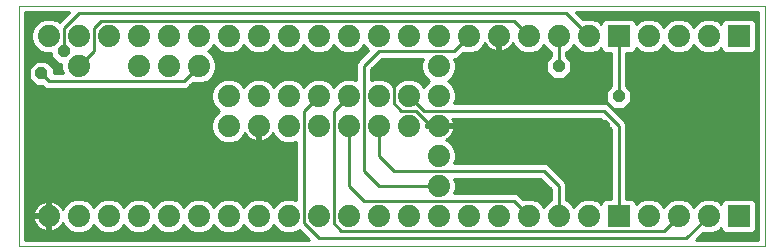
<source format=gtl>
G75*
G70*
%OFA0B0*%
%FSLAX24Y24*%
%IPPOS*%
%LPD*%
%AMOC8*
5,1,8,0,0,1.08239X$1,22.5*
%
%ADD10C,0.0000*%
%ADD11R,0.0740X0.0740*%
%ADD12C,0.0740*%
%ADD13C,0.0100*%
%ADD14OC8,0.0413*%
D10*
X000150Y002913D02*
X025020Y002913D01*
X025020Y010909D01*
X000150Y010909D01*
X000150Y002913D01*
D11*
X020150Y003913D03*
X024150Y003913D03*
X024150Y009913D03*
X020150Y009913D03*
D12*
X019150Y009913D03*
X018150Y009913D03*
X017150Y009913D03*
X016150Y009913D03*
X015150Y009913D03*
X014150Y009913D03*
X013150Y009913D03*
X012150Y009913D03*
X011150Y009913D03*
X010150Y009913D03*
X009150Y009913D03*
X008150Y009913D03*
X007150Y009913D03*
X006150Y009913D03*
X005150Y009913D03*
X004150Y009913D03*
X003150Y009913D03*
X002150Y009913D03*
X001150Y009913D03*
X002150Y008913D03*
X004150Y008913D03*
X005150Y008913D03*
X006150Y008913D03*
X007150Y007913D03*
X008150Y007913D03*
X009150Y007913D03*
X010150Y007913D03*
X011150Y007913D03*
X012150Y007913D03*
X013150Y007913D03*
X014150Y007913D03*
X014150Y008913D03*
X014150Y006913D03*
X013150Y006913D03*
X012150Y006913D03*
X011150Y006913D03*
X010150Y006913D03*
X009150Y006913D03*
X008150Y006913D03*
X007150Y006913D03*
X007150Y003913D03*
X006150Y003913D03*
X005150Y003913D03*
X004150Y003913D03*
X003150Y003913D03*
X002150Y003913D03*
X001150Y003913D03*
X008150Y003913D03*
X009150Y003913D03*
X010150Y003913D03*
X011150Y003913D03*
X012150Y003913D03*
X013150Y003913D03*
X014150Y003913D03*
X015150Y003913D03*
X016150Y003913D03*
X017150Y003913D03*
X018150Y003913D03*
X019150Y003913D03*
X021150Y003913D03*
X022150Y003913D03*
X023150Y003913D03*
X014150Y004913D03*
X014150Y005913D03*
X021150Y009913D03*
X022150Y009913D03*
X023150Y009913D03*
D13*
X022650Y009604D02*
X022658Y009584D01*
X022821Y009421D01*
X023035Y009333D01*
X023265Y009333D01*
X023479Y009421D01*
X023570Y009513D01*
X023570Y009456D01*
X023693Y009333D01*
X024607Y009333D01*
X024730Y009456D01*
X024730Y010370D01*
X024607Y010493D01*
X023693Y010493D01*
X023570Y010370D01*
X023570Y010313D01*
X023479Y010405D01*
X023265Y010493D01*
X023035Y010493D01*
X022821Y010405D01*
X022658Y010242D01*
X022650Y010221D01*
X022642Y010242D01*
X022479Y010405D01*
X022265Y010493D01*
X022035Y010493D01*
X021821Y010405D01*
X021658Y010242D01*
X021650Y010221D01*
X021642Y010242D01*
X021479Y010405D01*
X021265Y010493D01*
X021035Y010493D01*
X020821Y010405D01*
X020730Y010313D01*
X020730Y010370D01*
X020607Y010493D01*
X019693Y010493D01*
X019570Y010370D01*
X019570Y010313D01*
X019479Y010405D01*
X019265Y010493D01*
X019035Y010493D01*
X018966Y010465D01*
X018732Y010699D01*
X024810Y010699D01*
X024810Y003123D01*
X022728Y003123D01*
X022966Y003361D01*
X023035Y003333D01*
X023265Y003333D01*
X023479Y003421D01*
X023570Y003513D01*
X023570Y003456D01*
X023693Y003333D01*
X024607Y003333D01*
X024730Y003456D01*
X024730Y004370D01*
X024607Y004493D01*
X023693Y004493D01*
X023570Y004370D01*
X023570Y004313D01*
X023479Y004405D01*
X023265Y004493D01*
X023035Y004493D01*
X022821Y004405D01*
X022658Y004242D01*
X022650Y004221D01*
X022642Y004242D01*
X022479Y004405D01*
X022265Y004493D01*
X022035Y004493D01*
X021821Y004405D01*
X021658Y004242D01*
X021650Y004221D01*
X021642Y004242D01*
X021479Y004405D01*
X021265Y004493D01*
X021035Y004493D01*
X020821Y004405D01*
X020730Y004313D01*
X020730Y004370D01*
X020607Y004493D01*
X020410Y004493D01*
X020410Y006965D01*
X020370Y007060D01*
X020297Y007133D01*
X019797Y007633D01*
X019702Y007673D01*
X014678Y007673D01*
X014730Y007798D01*
X014730Y008028D01*
X014642Y008242D01*
X014479Y008405D01*
X014459Y008413D01*
X014479Y008421D01*
X014642Y008584D01*
X014730Y008798D01*
X014730Y009028D01*
X014678Y009153D01*
X014702Y009153D01*
X014797Y009193D01*
X014966Y009361D01*
X015035Y009333D01*
X015265Y009333D01*
X015479Y009421D01*
X015642Y009584D01*
X015683Y009684D01*
X015705Y009640D01*
X015753Y009574D01*
X015811Y009516D01*
X015877Y009468D01*
X015950Y009431D01*
X016028Y009406D01*
X016100Y009394D01*
X016100Y009863D01*
X016200Y009863D01*
X016200Y009394D01*
X016272Y009406D01*
X016350Y009431D01*
X016423Y009468D01*
X016489Y009516D01*
X016547Y009574D01*
X016595Y009640D01*
X016617Y009684D01*
X016658Y009584D01*
X016821Y009421D01*
X017035Y009333D01*
X017265Y009333D01*
X017479Y009421D01*
X017642Y009584D01*
X017650Y009604D01*
X017658Y009584D01*
X017821Y009421D01*
X017890Y009393D01*
X017890Y009242D01*
X017733Y009086D01*
X017733Y008740D01*
X017977Y008496D01*
X018323Y008496D01*
X018567Y008740D01*
X018567Y009086D01*
X018410Y009242D01*
X018410Y009393D01*
X018479Y009421D01*
X018642Y009584D01*
X018650Y009604D01*
X018658Y009584D01*
X018821Y009421D01*
X019035Y009333D01*
X019265Y009333D01*
X019479Y009421D01*
X019570Y009513D01*
X019570Y009456D01*
X019693Y009333D01*
X019890Y009333D01*
X019890Y008242D01*
X019733Y008086D01*
X019733Y007740D01*
X019977Y007496D01*
X020323Y007496D01*
X020567Y007740D01*
X020567Y008086D01*
X020410Y008242D01*
X020410Y009333D01*
X020607Y009333D01*
X020730Y009456D01*
X020730Y009513D01*
X020821Y009421D01*
X021035Y009333D01*
X021265Y009333D01*
X021479Y009421D01*
X021642Y009584D01*
X021650Y009604D01*
X021658Y009584D01*
X021821Y009421D01*
X022035Y009333D01*
X022265Y009333D01*
X022479Y009421D01*
X022642Y009584D01*
X022650Y009604D01*
X022570Y009513D02*
X022730Y009513D01*
X022839Y009414D02*
X022461Y009414D01*
X021839Y009414D02*
X021461Y009414D01*
X021570Y009513D02*
X021730Y009513D01*
X020839Y009414D02*
X020688Y009414D01*
X020730Y009513D02*
X020730Y009513D01*
X020410Y009316D02*
X024810Y009316D01*
X024810Y009414D02*
X024688Y009414D01*
X024730Y009513D02*
X024810Y009513D01*
X024810Y009611D02*
X024730Y009611D01*
X024730Y009710D02*
X024810Y009710D01*
X024810Y009808D02*
X024730Y009808D01*
X024730Y009907D02*
X024810Y009907D01*
X024810Y010005D02*
X024730Y010005D01*
X024730Y010104D02*
X024810Y010104D01*
X024810Y010202D02*
X024730Y010202D01*
X024730Y010301D02*
X024810Y010301D01*
X024810Y010399D02*
X024701Y010399D01*
X024810Y010498D02*
X018933Y010498D01*
X018835Y010596D02*
X024810Y010596D01*
X024810Y010695D02*
X018736Y010695D01*
X018400Y010663D02*
X019150Y009913D01*
X019570Y009513D02*
X019570Y009513D01*
X019612Y009414D02*
X019461Y009414D01*
X019890Y009316D02*
X018410Y009316D01*
X018435Y009217D02*
X019890Y009217D01*
X019890Y009119D02*
X018534Y009119D01*
X018567Y009020D02*
X019890Y009020D01*
X019890Y008922D02*
X018567Y008922D01*
X018567Y008823D02*
X019890Y008823D01*
X019890Y008725D02*
X018551Y008725D01*
X018452Y008626D02*
X019890Y008626D01*
X019890Y008528D02*
X018354Y008528D01*
X017946Y008528D02*
X014585Y008528D01*
X014659Y008626D02*
X017848Y008626D01*
X017749Y008725D02*
X014700Y008725D01*
X014730Y008823D02*
X017733Y008823D01*
X017733Y008922D02*
X014730Y008922D01*
X014730Y009020D02*
X017733Y009020D01*
X017766Y009119D02*
X014693Y009119D01*
X014822Y009217D02*
X017865Y009217D01*
X017890Y009316D02*
X014920Y009316D01*
X014650Y009413D02*
X015150Y009913D01*
X015653Y009611D02*
X015727Y009611D01*
X015817Y009513D02*
X015570Y009513D01*
X015461Y009414D02*
X016003Y009414D01*
X016100Y009414D02*
X016200Y009414D01*
X016297Y009414D02*
X016839Y009414D01*
X016730Y009513D02*
X016483Y009513D01*
X016573Y009611D02*
X016647Y009611D01*
X016200Y009611D02*
X016100Y009611D01*
X016100Y009513D02*
X016200Y009513D01*
X016200Y009710D02*
X016100Y009710D01*
X016100Y009808D02*
X016200Y009808D01*
X016650Y010413D02*
X017150Y009913D01*
X017570Y009513D02*
X017730Y009513D01*
X017839Y009414D02*
X017461Y009414D01*
X018150Y009913D02*
X018150Y008913D01*
X018461Y009414D02*
X018839Y009414D01*
X018730Y009513D02*
X018570Y009513D01*
X020150Y009913D02*
X020150Y007913D01*
X020567Y007937D02*
X024810Y007937D01*
X024810Y008035D02*
X020567Y008035D01*
X020519Y008134D02*
X024810Y008134D01*
X024810Y008232D02*
X020420Y008232D01*
X020410Y008331D02*
X024810Y008331D01*
X024810Y008429D02*
X020410Y008429D01*
X020410Y008528D02*
X024810Y008528D01*
X024810Y008626D02*
X020410Y008626D01*
X020410Y008725D02*
X024810Y008725D01*
X024810Y008823D02*
X020410Y008823D01*
X020410Y008922D02*
X024810Y008922D01*
X024810Y009020D02*
X020410Y009020D01*
X020410Y009119D02*
X024810Y009119D01*
X024810Y009217D02*
X020410Y009217D01*
X019890Y008429D02*
X014486Y008429D01*
X014553Y008331D02*
X019890Y008331D01*
X019880Y008232D02*
X014646Y008232D01*
X014686Y008134D02*
X019781Y008134D01*
X019733Y008035D02*
X014727Y008035D01*
X014730Y007937D02*
X019733Y007937D01*
X019733Y007838D02*
X014730Y007838D01*
X014706Y007740D02*
X019734Y007740D01*
X019779Y007641D02*
X019833Y007641D01*
X019888Y007543D02*
X019931Y007543D01*
X019987Y007444D02*
X024810Y007444D01*
X024810Y007346D02*
X020085Y007346D01*
X020184Y007247D02*
X024810Y007247D01*
X024810Y007149D02*
X020282Y007149D01*
X020297Y007133D02*
X020297Y007133D01*
X020375Y007050D02*
X024810Y007050D01*
X024810Y006952D02*
X020410Y006952D01*
X020410Y006853D02*
X024810Y006853D01*
X024810Y006755D02*
X020410Y006755D01*
X020410Y006656D02*
X024810Y006656D01*
X024810Y006558D02*
X020410Y006558D01*
X020410Y006459D02*
X024810Y006459D01*
X024810Y006361D02*
X020410Y006361D01*
X020410Y006262D02*
X024810Y006262D01*
X024810Y006164D02*
X020410Y006164D01*
X020410Y006065D02*
X024810Y006065D01*
X024810Y005966D02*
X020410Y005966D01*
X020410Y005868D02*
X024810Y005868D01*
X024810Y005769D02*
X020410Y005769D01*
X020410Y005671D02*
X024810Y005671D01*
X024810Y005572D02*
X020410Y005572D01*
X020410Y005474D02*
X024810Y005474D01*
X024810Y005375D02*
X020410Y005375D01*
X020410Y005277D02*
X024810Y005277D01*
X024810Y005178D02*
X020410Y005178D01*
X020410Y005080D02*
X024810Y005080D01*
X024810Y004981D02*
X020410Y004981D01*
X020410Y004883D02*
X024810Y004883D01*
X024810Y004784D02*
X020410Y004784D01*
X020410Y004686D02*
X024810Y004686D01*
X024810Y004587D02*
X020410Y004587D01*
X020611Y004489D02*
X021025Y004489D01*
X020807Y004390D02*
X020709Y004390D01*
X021275Y004489D02*
X022025Y004489D01*
X021807Y004390D02*
X021493Y004390D01*
X021591Y004292D02*
X021709Y004292D01*
X022275Y004489D02*
X023025Y004489D01*
X022807Y004390D02*
X022493Y004390D01*
X022591Y004292D02*
X022709Y004292D01*
X023275Y004489D02*
X023689Y004489D01*
X023591Y004390D02*
X023493Y004390D01*
X023150Y003913D02*
X022400Y003163D01*
X010150Y003163D01*
X009650Y003663D01*
X009650Y007413D01*
X010150Y007913D01*
X010650Y008221D02*
X010642Y008242D01*
X010479Y008405D01*
X010265Y008493D01*
X010035Y008493D01*
X009821Y008405D01*
X009658Y008242D01*
X009650Y008221D01*
X009642Y008242D01*
X009479Y008405D01*
X009265Y008493D01*
X009035Y008493D01*
X008821Y008405D01*
X008658Y008242D01*
X008650Y008221D01*
X008642Y008242D01*
X008479Y008405D01*
X008265Y008493D01*
X008035Y008493D01*
X007821Y008405D01*
X007658Y008242D01*
X007650Y008221D01*
X007642Y008242D01*
X007479Y008405D01*
X007265Y008493D01*
X007035Y008493D01*
X006821Y008405D01*
X006658Y008242D01*
X006570Y008028D01*
X006570Y007798D01*
X006658Y007584D01*
X006821Y007421D01*
X006841Y007413D01*
X006821Y007405D01*
X006658Y007242D01*
X006570Y007028D01*
X006570Y006798D01*
X006658Y006584D01*
X006821Y006421D01*
X007035Y006333D01*
X007265Y006333D01*
X007479Y006421D01*
X007642Y006584D01*
X007683Y006684D01*
X007705Y006640D01*
X007753Y006574D01*
X007811Y006516D01*
X007877Y006468D01*
X007950Y006431D01*
X008028Y006406D01*
X008100Y006394D01*
X008100Y006863D01*
X008200Y006863D01*
X008200Y006394D01*
X008272Y006406D01*
X008350Y006431D01*
X008423Y006468D01*
X008489Y006516D01*
X008547Y006574D01*
X008595Y006640D01*
X008617Y006684D01*
X008658Y006584D01*
X008821Y006421D01*
X009035Y006333D01*
X009265Y006333D01*
X009390Y006385D01*
X009390Y004441D01*
X009265Y004493D01*
X009035Y004493D01*
X008821Y004405D01*
X008658Y004242D01*
X008650Y004221D01*
X008642Y004242D01*
X008479Y004405D01*
X008265Y004493D01*
X008035Y004493D01*
X007821Y004405D01*
X007658Y004242D01*
X007650Y004221D01*
X007642Y004242D01*
X007479Y004405D01*
X007265Y004493D01*
X007035Y004493D01*
X006821Y004405D01*
X006658Y004242D01*
X006650Y004221D01*
X006642Y004242D01*
X006479Y004405D01*
X006265Y004493D01*
X006035Y004493D01*
X005821Y004405D01*
X005658Y004242D01*
X005650Y004221D01*
X005642Y004242D01*
X005479Y004405D01*
X005265Y004493D01*
X005035Y004493D01*
X004821Y004405D01*
X004658Y004242D01*
X004650Y004221D01*
X004642Y004242D01*
X004479Y004405D01*
X004265Y004493D01*
X004035Y004493D01*
X003821Y004405D01*
X003658Y004242D01*
X003650Y004221D01*
X003642Y004242D01*
X003479Y004405D01*
X003265Y004493D01*
X003035Y004493D01*
X002821Y004405D01*
X002658Y004242D01*
X002650Y004221D01*
X002642Y004242D01*
X002479Y004405D01*
X002265Y004493D01*
X002035Y004493D01*
X001821Y004405D01*
X001658Y004242D01*
X001617Y004142D01*
X001595Y004186D01*
X001547Y004252D01*
X001489Y004310D01*
X001423Y004358D01*
X001350Y004395D01*
X001272Y004420D01*
X001200Y004432D01*
X001200Y003963D01*
X001100Y003963D01*
X001100Y004432D01*
X001028Y004420D01*
X000950Y004395D01*
X000877Y004358D01*
X000811Y004310D01*
X000753Y004252D01*
X000705Y004186D01*
X000668Y004113D01*
X000643Y004035D01*
X000631Y003963D01*
X001100Y003963D01*
X001100Y003863D01*
X000631Y003863D01*
X000643Y003791D01*
X000668Y003713D01*
X000705Y003640D01*
X000753Y003574D01*
X000811Y003516D01*
X000877Y003468D01*
X000950Y003431D01*
X001028Y003406D01*
X001100Y003394D01*
X001100Y003863D01*
X001200Y003863D01*
X001200Y003394D01*
X001272Y003406D01*
X001350Y003431D01*
X001423Y003468D01*
X001489Y003516D01*
X001547Y003574D01*
X001595Y003640D01*
X001617Y003684D01*
X001658Y003584D01*
X001821Y003421D01*
X002035Y003333D01*
X002265Y003333D01*
X002479Y003421D01*
X002642Y003584D01*
X002650Y003604D01*
X002658Y003584D01*
X002821Y003421D01*
X003035Y003333D01*
X003265Y003333D01*
X003479Y003421D01*
X003642Y003584D01*
X003650Y003604D01*
X003658Y003584D01*
X003821Y003421D01*
X004035Y003333D01*
X004265Y003333D01*
X004479Y003421D01*
X004642Y003584D01*
X004650Y003604D01*
X004658Y003584D01*
X004821Y003421D01*
X005035Y003333D01*
X005265Y003333D01*
X005479Y003421D01*
X005642Y003584D01*
X005650Y003604D01*
X005658Y003584D01*
X005821Y003421D01*
X006035Y003333D01*
X006265Y003333D01*
X006479Y003421D01*
X006642Y003584D01*
X006650Y003604D01*
X006658Y003584D01*
X006821Y003421D01*
X007035Y003333D01*
X007265Y003333D01*
X007479Y003421D01*
X007642Y003584D01*
X007650Y003604D01*
X007658Y003584D01*
X007821Y003421D01*
X008035Y003333D01*
X008265Y003333D01*
X008479Y003421D01*
X008642Y003584D01*
X008650Y003604D01*
X008658Y003584D01*
X008821Y003421D01*
X009035Y003333D01*
X009265Y003333D01*
X009479Y003421D01*
X009501Y003444D01*
X009503Y003443D01*
X009822Y003123D01*
X000360Y003123D01*
X000360Y010699D01*
X001818Y010699D01*
X001501Y010382D01*
X001479Y010405D01*
X001265Y010493D01*
X001035Y010493D01*
X000821Y010405D01*
X000658Y010242D01*
X000570Y010028D01*
X000570Y009798D01*
X000658Y009584D01*
X000821Y009421D01*
X001035Y009333D01*
X001233Y009333D01*
X001233Y009240D01*
X001477Y008996D01*
X001570Y008996D01*
X001570Y008798D01*
X001622Y008673D01*
X001317Y008673D01*
X001317Y008836D01*
X001073Y009080D01*
X000727Y009080D01*
X000483Y008836D01*
X000483Y008490D01*
X000727Y008246D01*
X000949Y008246D01*
X001003Y008193D01*
X001098Y008153D01*
X005702Y008153D01*
X005797Y008193D01*
X005870Y008266D01*
X005966Y008361D01*
X006035Y008333D01*
X006265Y008333D01*
X006479Y008421D01*
X006642Y008584D01*
X006730Y008798D01*
X006730Y009028D01*
X006642Y009242D01*
X006479Y009405D01*
X006459Y009413D01*
X006479Y009421D01*
X006642Y009584D01*
X006650Y009604D01*
X006658Y009584D01*
X006821Y009421D01*
X007035Y009333D01*
X007265Y009333D01*
X007479Y009421D01*
X007642Y009584D01*
X007650Y009604D01*
X007658Y009584D01*
X007821Y009421D01*
X008035Y009333D01*
X008265Y009333D01*
X008479Y009421D01*
X008642Y009584D01*
X008650Y009604D01*
X008658Y009584D01*
X008821Y009421D01*
X009035Y009333D01*
X009265Y009333D01*
X009479Y009421D01*
X009642Y009584D01*
X009650Y009604D01*
X009658Y009584D01*
X009821Y009421D01*
X010035Y009333D01*
X010265Y009333D01*
X010479Y009421D01*
X010642Y009584D01*
X010650Y009604D01*
X010658Y009584D01*
X010821Y009421D01*
X011035Y009333D01*
X011265Y009333D01*
X011479Y009421D01*
X011642Y009584D01*
X011650Y009604D01*
X011658Y009584D01*
X011806Y009437D01*
X011430Y009060D01*
X011390Y008965D01*
X011390Y008441D01*
X011265Y008493D01*
X011035Y008493D01*
X010821Y008405D01*
X010658Y008242D01*
X010650Y008221D01*
X010646Y008232D02*
X010654Y008232D01*
X010747Y008331D02*
X010553Y008331D01*
X010420Y008429D02*
X010880Y008429D01*
X011390Y008528D02*
X006585Y008528D01*
X006659Y008626D02*
X011390Y008626D01*
X011390Y008725D02*
X006700Y008725D01*
X006730Y008823D02*
X011390Y008823D01*
X011390Y008922D02*
X006730Y008922D01*
X006730Y009020D02*
X011413Y009020D01*
X011488Y009119D02*
X006693Y009119D01*
X006652Y009217D02*
X011586Y009217D01*
X011685Y009316D02*
X006568Y009316D01*
X006461Y009414D02*
X006839Y009414D01*
X006730Y009513D02*
X006570Y009513D01*
X007461Y009414D02*
X007839Y009414D01*
X007730Y009513D02*
X007570Y009513D01*
X008461Y009414D02*
X008839Y009414D01*
X008730Y009513D02*
X008570Y009513D01*
X009461Y009414D02*
X009839Y009414D01*
X009730Y009513D02*
X009570Y009513D01*
X010461Y009414D02*
X010839Y009414D01*
X010730Y009513D02*
X010570Y009513D01*
X011461Y009414D02*
X011783Y009414D01*
X011730Y009513D02*
X011570Y009513D01*
X012150Y009413D02*
X014650Y009413D01*
X013622Y009153D02*
X013570Y009028D01*
X013570Y008798D01*
X013658Y008584D01*
X013821Y008421D01*
X013841Y008413D01*
X013821Y008405D01*
X013658Y008242D01*
X013650Y008221D01*
X013642Y008242D01*
X013479Y008405D01*
X013265Y008493D01*
X013035Y008493D01*
X012821Y008405D01*
X012658Y008242D01*
X012650Y008221D01*
X012642Y008242D01*
X012479Y008405D01*
X012265Y008493D01*
X012035Y008493D01*
X011910Y008441D01*
X011910Y008805D01*
X012258Y009153D01*
X013622Y009153D01*
X013607Y009119D02*
X012223Y009119D01*
X012125Y009020D02*
X013570Y009020D01*
X013570Y008922D02*
X012026Y008922D01*
X011928Y008823D02*
X013570Y008823D01*
X013600Y008725D02*
X011910Y008725D01*
X011910Y008626D02*
X013641Y008626D01*
X013715Y008528D02*
X011910Y008528D01*
X012420Y008429D02*
X012880Y008429D01*
X012747Y008331D02*
X012553Y008331D01*
X012646Y008232D02*
X012654Y008232D01*
X013150Y007913D02*
X013650Y007413D01*
X019650Y007413D01*
X020150Y006913D01*
X020150Y003913D01*
X019570Y004313D02*
X019479Y004405D01*
X019265Y004493D01*
X019035Y004493D01*
X018821Y004405D01*
X018658Y004242D01*
X018650Y004221D01*
X018642Y004242D01*
X018479Y004405D01*
X018410Y004433D01*
X018410Y004965D01*
X018370Y005060D01*
X018297Y005133D01*
X017797Y005633D01*
X017702Y005673D01*
X014678Y005673D01*
X014730Y005798D01*
X014730Y006028D01*
X014642Y006242D01*
X014479Y006405D01*
X014379Y006446D01*
X014423Y006468D01*
X014489Y006516D01*
X014547Y006574D01*
X014595Y006640D01*
X014632Y006713D01*
X014657Y006791D01*
X014669Y006863D01*
X014200Y006863D01*
X014200Y006963D01*
X014669Y006963D01*
X014657Y007035D01*
X014632Y007113D01*
X014611Y007153D01*
X019542Y007153D01*
X019890Y006805D01*
X019890Y004493D01*
X019693Y004493D01*
X019570Y004370D01*
X019570Y004313D01*
X019591Y004390D02*
X019493Y004390D01*
X019689Y004489D02*
X019275Y004489D01*
X019025Y004489D02*
X018410Y004489D01*
X018410Y004587D02*
X019890Y004587D01*
X019890Y004686D02*
X018410Y004686D01*
X018410Y004784D02*
X019890Y004784D01*
X019890Y004883D02*
X018410Y004883D01*
X018403Y004981D02*
X019890Y004981D01*
X019890Y005080D02*
X018351Y005080D01*
X018252Y005178D02*
X019890Y005178D01*
X019890Y005277D02*
X018154Y005277D01*
X018055Y005375D02*
X019890Y005375D01*
X019890Y005474D02*
X017957Y005474D01*
X017858Y005572D02*
X019890Y005572D01*
X019890Y005671D02*
X017707Y005671D01*
X017650Y005413D02*
X018150Y004913D01*
X018150Y003913D01*
X018591Y004292D02*
X018709Y004292D01*
X018807Y004390D02*
X018493Y004390D01*
X017890Y004433D02*
X017821Y004405D01*
X017658Y004242D01*
X017650Y004221D01*
X017642Y004242D01*
X017479Y004405D01*
X017265Y004493D01*
X017035Y004493D01*
X016966Y004465D01*
X016797Y004633D01*
X016702Y004673D01*
X014678Y004673D01*
X014730Y004798D01*
X014730Y005028D01*
X014678Y005153D01*
X017542Y005153D01*
X017890Y004805D01*
X017890Y004433D01*
X017890Y004489D02*
X017275Y004489D01*
X017493Y004390D02*
X017807Y004390D01*
X017709Y004292D02*
X017591Y004292D01*
X017890Y004587D02*
X016843Y004587D01*
X016942Y004489D02*
X017025Y004489D01*
X016650Y004413D02*
X017150Y003913D01*
X016650Y004413D02*
X011650Y004413D01*
X011150Y004913D01*
X011150Y006913D01*
X012150Y006913D02*
X012150Y005913D01*
X012650Y005413D01*
X017650Y005413D01*
X017615Y005080D02*
X014709Y005080D01*
X014730Y004981D02*
X017714Y004981D01*
X017812Y004883D02*
X014730Y004883D01*
X014725Y004784D02*
X017890Y004784D01*
X017890Y004686D02*
X014684Y004686D01*
X014150Y004913D02*
X012150Y004913D01*
X011650Y005413D01*
X011650Y008913D01*
X012150Y009413D01*
X012650Y008913D02*
X012650Y007663D01*
X012900Y007413D01*
X013400Y007413D01*
X013900Y006913D01*
X014150Y006913D01*
X014200Y006952D02*
X019744Y006952D01*
X019645Y007050D02*
X014652Y007050D01*
X014614Y007149D02*
X019547Y007149D01*
X019842Y006853D02*
X014667Y006853D01*
X014645Y006755D02*
X019890Y006755D01*
X019890Y006656D02*
X014603Y006656D01*
X014530Y006558D02*
X019890Y006558D01*
X019890Y006459D02*
X014404Y006459D01*
X014523Y006361D02*
X019890Y006361D01*
X019890Y006262D02*
X014621Y006262D01*
X014674Y006164D02*
X019890Y006164D01*
X019890Y006065D02*
X014715Y006065D01*
X014730Y005966D02*
X019890Y005966D01*
X019890Y005868D02*
X014730Y005868D01*
X014718Y005769D02*
X019890Y005769D01*
X020369Y007543D02*
X024810Y007543D01*
X024810Y007641D02*
X020467Y007641D01*
X020566Y007740D02*
X024810Y007740D01*
X024810Y007838D02*
X020567Y007838D01*
X023461Y009414D02*
X023612Y009414D01*
X023570Y009513D02*
X023570Y009513D01*
X022717Y010301D02*
X022583Y010301D01*
X022484Y010399D02*
X022816Y010399D01*
X023484Y010399D02*
X023599Y010399D01*
X021816Y010399D02*
X021484Y010399D01*
X021583Y010301D02*
X021717Y010301D01*
X020816Y010399D02*
X020701Y010399D01*
X019599Y010399D02*
X019484Y010399D01*
X018400Y010663D02*
X002150Y010663D01*
X001650Y010163D01*
X001650Y009413D01*
X001233Y009316D02*
X000360Y009316D01*
X000360Y009414D02*
X000839Y009414D01*
X000730Y009513D02*
X000360Y009513D01*
X000360Y009611D02*
X000647Y009611D01*
X000606Y009710D02*
X000360Y009710D01*
X000360Y009808D02*
X000570Y009808D01*
X000570Y009907D02*
X000360Y009907D01*
X000360Y010005D02*
X000570Y010005D01*
X000601Y010104D02*
X000360Y010104D01*
X000360Y010202D02*
X000642Y010202D01*
X000717Y010301D02*
X000360Y010301D01*
X000360Y010399D02*
X000816Y010399D01*
X000360Y010498D02*
X001617Y010498D01*
X001715Y010596D02*
X000360Y010596D01*
X000360Y010695D02*
X001814Y010695D01*
X001518Y010399D02*
X001484Y010399D01*
X002650Y010163D02*
X002650Y009413D01*
X002150Y008913D01*
X001570Y008922D02*
X001231Y008922D01*
X001317Y008823D02*
X001570Y008823D01*
X001600Y008725D02*
X001317Y008725D01*
X001150Y008413D02*
X000900Y008663D01*
X001150Y008413D02*
X005650Y008413D01*
X006150Y008913D01*
X006486Y008429D02*
X006880Y008429D01*
X006747Y008331D02*
X005935Y008331D01*
X005837Y008232D02*
X006654Y008232D01*
X006614Y008134D02*
X000360Y008134D01*
X000360Y008232D02*
X000963Y008232D01*
X000643Y008331D02*
X000360Y008331D01*
X000360Y008429D02*
X000545Y008429D01*
X000483Y008528D02*
X000360Y008528D01*
X000360Y008626D02*
X000483Y008626D01*
X000483Y008725D02*
X000360Y008725D01*
X000360Y008823D02*
X000483Y008823D01*
X000569Y008922D02*
X000360Y008922D01*
X000360Y009020D02*
X000668Y009020D01*
X000360Y009119D02*
X001355Y009119D01*
X001257Y009217D02*
X000360Y009217D01*
X001132Y009020D02*
X001454Y009020D01*
X000360Y008035D02*
X006573Y008035D01*
X006570Y007937D02*
X000360Y007937D01*
X000360Y007838D02*
X006570Y007838D01*
X006594Y007740D02*
X000360Y007740D01*
X000360Y007641D02*
X006635Y007641D01*
X006700Y007543D02*
X000360Y007543D01*
X000360Y007444D02*
X006799Y007444D01*
X006762Y007346D02*
X000360Y007346D01*
X000360Y007247D02*
X006664Y007247D01*
X006620Y007149D02*
X000360Y007149D01*
X000360Y007050D02*
X006579Y007050D01*
X006570Y006952D02*
X000360Y006952D01*
X000360Y006853D02*
X006570Y006853D01*
X006588Y006755D02*
X000360Y006755D01*
X000360Y006656D02*
X006629Y006656D01*
X006685Y006558D02*
X000360Y006558D01*
X000360Y006459D02*
X006784Y006459D01*
X006968Y006361D02*
X000360Y006361D01*
X000360Y006262D02*
X009390Y006262D01*
X009390Y006361D02*
X009332Y006361D01*
X009390Y006164D02*
X000360Y006164D01*
X000360Y006065D02*
X009390Y006065D01*
X009390Y005966D02*
X000360Y005966D01*
X000360Y005868D02*
X009390Y005868D01*
X009390Y005769D02*
X000360Y005769D01*
X000360Y005671D02*
X009390Y005671D01*
X009390Y005572D02*
X000360Y005572D01*
X000360Y005474D02*
X009390Y005474D01*
X009390Y005375D02*
X000360Y005375D01*
X000360Y005277D02*
X009390Y005277D01*
X009390Y005178D02*
X000360Y005178D01*
X000360Y005080D02*
X009390Y005080D01*
X009390Y004981D02*
X000360Y004981D01*
X000360Y004883D02*
X009390Y004883D01*
X009390Y004784D02*
X000360Y004784D01*
X000360Y004686D02*
X009390Y004686D01*
X009390Y004587D02*
X000360Y004587D01*
X000360Y004489D02*
X002025Y004489D01*
X001807Y004390D02*
X001358Y004390D01*
X001200Y004390D02*
X001100Y004390D01*
X001100Y004292D02*
X001200Y004292D01*
X001200Y004193D02*
X001100Y004193D01*
X001100Y004095D02*
X001200Y004095D01*
X001200Y003996D02*
X001100Y003996D01*
X001100Y003898D02*
X000360Y003898D01*
X000360Y003996D02*
X000637Y003996D01*
X000662Y004095D02*
X000360Y004095D01*
X000360Y004193D02*
X000711Y004193D01*
X000794Y004292D02*
X000360Y004292D01*
X000360Y004390D02*
X000942Y004390D01*
X001506Y004292D02*
X001709Y004292D01*
X001638Y004193D02*
X001589Y004193D01*
X001200Y003799D02*
X001100Y003799D01*
X001100Y003701D02*
X001200Y003701D01*
X001200Y003602D02*
X001100Y003602D01*
X001100Y003504D02*
X001200Y003504D01*
X001200Y003405D02*
X001100Y003405D01*
X001030Y003405D02*
X000360Y003405D01*
X000360Y003307D02*
X009638Y003307D01*
X009540Y003405D02*
X009440Y003405D01*
X009737Y003208D02*
X000360Y003208D01*
X000360Y003504D02*
X000828Y003504D01*
X000733Y003602D02*
X000360Y003602D01*
X000360Y003701D02*
X000674Y003701D01*
X000641Y003799D02*
X000360Y003799D01*
X001270Y003405D02*
X001860Y003405D01*
X001739Y003504D02*
X001472Y003504D01*
X001567Y003602D02*
X001651Y003602D01*
X002440Y003405D02*
X002860Y003405D01*
X002739Y003504D02*
X002561Y003504D01*
X002649Y003602D02*
X002651Y003602D01*
X003440Y003405D02*
X003860Y003405D01*
X003739Y003504D02*
X003561Y003504D01*
X003649Y003602D02*
X003651Y003602D01*
X004440Y003405D02*
X004860Y003405D01*
X004739Y003504D02*
X004561Y003504D01*
X004649Y003602D02*
X004651Y003602D01*
X005440Y003405D02*
X005860Y003405D01*
X005739Y003504D02*
X005561Y003504D01*
X005649Y003602D02*
X005651Y003602D01*
X006440Y003405D02*
X006860Y003405D01*
X006739Y003504D02*
X006561Y003504D01*
X006649Y003602D02*
X006651Y003602D01*
X007440Y003405D02*
X007860Y003405D01*
X007739Y003504D02*
X007561Y003504D01*
X007649Y003602D02*
X007651Y003602D01*
X008440Y003405D02*
X008860Y003405D01*
X008739Y003504D02*
X008561Y003504D01*
X008649Y003602D02*
X008651Y003602D01*
X008591Y004292D02*
X008709Y004292D01*
X008807Y004390D02*
X008493Y004390D01*
X008275Y004489D02*
X009025Y004489D01*
X009275Y004489D02*
X009390Y004489D01*
X008025Y004489D02*
X007275Y004489D01*
X007493Y004390D02*
X007807Y004390D01*
X007709Y004292D02*
X007591Y004292D01*
X007025Y004489D02*
X006275Y004489D01*
X006493Y004390D02*
X006807Y004390D01*
X006709Y004292D02*
X006591Y004292D01*
X006025Y004489D02*
X005275Y004489D01*
X005493Y004390D02*
X005807Y004390D01*
X005709Y004292D02*
X005591Y004292D01*
X005025Y004489D02*
X004275Y004489D01*
X004493Y004390D02*
X004807Y004390D01*
X004709Y004292D02*
X004591Y004292D01*
X004025Y004489D02*
X003275Y004489D01*
X003493Y004390D02*
X003807Y004390D01*
X003709Y004292D02*
X003591Y004292D01*
X003025Y004489D02*
X002275Y004489D01*
X002493Y004390D02*
X002807Y004390D01*
X002709Y004292D02*
X002591Y004292D01*
X007332Y006361D02*
X008968Y006361D01*
X008784Y006459D02*
X008404Y006459D01*
X008530Y006558D02*
X008685Y006558D01*
X008629Y006656D02*
X008603Y006656D01*
X008200Y006656D02*
X008100Y006656D01*
X008100Y006558D02*
X008200Y006558D01*
X008200Y006459D02*
X008100Y006459D01*
X007896Y006459D02*
X007516Y006459D01*
X007615Y006558D02*
X007770Y006558D01*
X007697Y006656D02*
X007671Y006656D01*
X008100Y006755D02*
X008200Y006755D01*
X008200Y006853D02*
X008100Y006853D01*
X010650Y007413D02*
X011150Y007913D01*
X010650Y007413D02*
X010650Y003663D01*
X010900Y003413D01*
X021650Y003413D01*
X022150Y003913D01*
X022912Y003307D02*
X024810Y003307D01*
X024810Y003405D02*
X024679Y003405D01*
X024730Y003504D02*
X024810Y003504D01*
X024810Y003602D02*
X024730Y003602D01*
X024730Y003701D02*
X024810Y003701D01*
X024810Y003799D02*
X024730Y003799D01*
X024730Y003898D02*
X024810Y003898D01*
X024810Y003996D02*
X024730Y003996D01*
X024730Y004095D02*
X024810Y004095D01*
X024810Y004193D02*
X024730Y004193D01*
X024730Y004292D02*
X024810Y004292D01*
X024810Y004390D02*
X024709Y004390D01*
X024611Y004489D02*
X024810Y004489D01*
X023570Y003504D02*
X023561Y003504D01*
X023621Y003405D02*
X023440Y003405D01*
X022813Y003208D02*
X024810Y003208D01*
X014100Y006863D02*
X013730Y006863D01*
X013730Y006963D01*
X014100Y006963D01*
X014100Y006863D01*
X014100Y006952D02*
X013730Y006952D01*
X013646Y008232D02*
X013654Y008232D01*
X013747Y008331D02*
X013553Y008331D01*
X013420Y008429D02*
X013814Y008429D01*
X009880Y008429D02*
X009420Y008429D01*
X009553Y008331D02*
X009747Y008331D01*
X009654Y008232D02*
X009646Y008232D01*
X008880Y008429D02*
X008420Y008429D01*
X008553Y008331D02*
X008747Y008331D01*
X008654Y008232D02*
X008646Y008232D01*
X007880Y008429D02*
X007420Y008429D01*
X007553Y008331D02*
X007747Y008331D01*
X007654Y008232D02*
X007646Y008232D01*
X002900Y010413D02*
X002650Y010163D01*
X002900Y010413D02*
X016650Y010413D01*
D14*
X018150Y008913D03*
X019150Y008913D03*
X020150Y007913D03*
X020900Y008913D03*
X019650Y006913D03*
X018400Y005413D03*
X016900Y004913D03*
X015150Y004913D03*
X007900Y004913D03*
X003150Y005913D03*
X000900Y008663D03*
X001650Y009413D03*
X009150Y008913D03*
X012650Y008913D03*
X022900Y005663D03*
M02*

</source>
